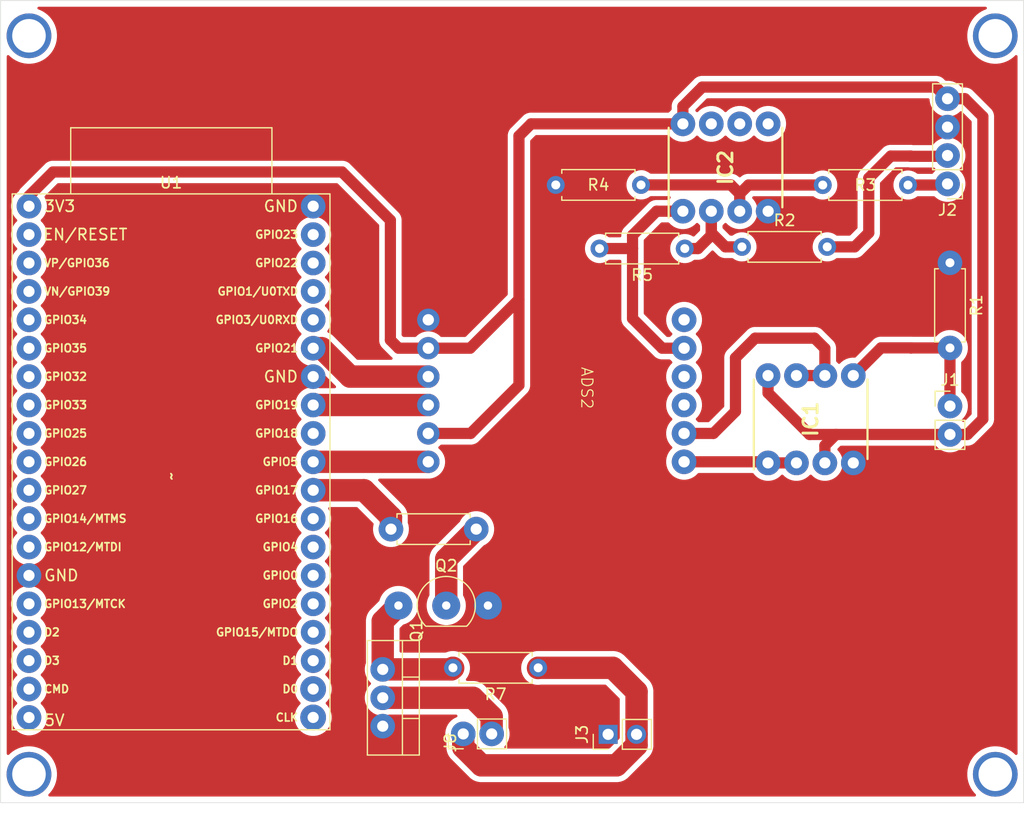
<source format=kicad_pcb>
(kicad_pcb (version 20241229) (generator "pcbnew") (generator_version "9.0")
  (layers (0 "F.Cu" signal) (2 "B.Cu" signal) (13 "F.Paste" user) (15 "B.Paste" user) (5 "F.SilkS" user "F.Silkscreen") (7 "B.SilkS" user "B.Silkscreen") (1 "F.Mask" user) (3 "B.Mask" user) (25 "Edge.Cuts" user))
  (net 0 "")
  (net 33 "GND")
  (net 34 "+3.3V")
  (net 35 "RST")
  (net 36 "Net-(ADS2-AIN0)")
  (net 37 "RDY")
  (net 38 "SCL")
  (net 39 "Net-(ADS2-AIN1)")
  (net 40 "SDA")
  (net 41 "Net-(IC1-VINB+)")
  (net 42 "Net-(ADS2-AIN2)")
  (net 43 "Net-(IC2-IN1+)")
  (net 46 "Net-(IC2-IN1-)")
  (net 48 "Net-(J2-Pin_1)")
  (net 49 "Net-(J2-Pin_2)")
  (net 50 "Net-(J8-Pin_2)")
  (net 51 "GPIO17")
  (net 52 "Net-(J3-Pin_2)")
  (net 53 "Net-(Q2-B)")
  (net 54 "Net-(Q1-G)")
  (footprint "Resistor_THT:R_Axial_DIN0207_L6.3mm_D2.5mm_P7.62mm_Horizontal" (layer "F.Cu") (at 153.76 94.61688)
    (property "Reference" "R4" (at 3.81 0 0) (layer "F.SilkS"))
    (property "Value" "R 62K")
    (fp_line (start 0.54 -1.37) (end 7.08 -1.37) (stroke (width 0.12)) (layer "F.SilkS"))
    (fp_line (start 0.54 -1.04) (end 0.54 -1.37) (stroke (width 0.12)) (layer "F.SilkS"))
    (fp_line (start 0.54 1.04) (end 0.54 1.37) (stroke (width 0.12)) (layer "F.SilkS"))
    (fp_line (start 0.54 1.37) (end 7.08 1.37) (stroke (width 0.12)) (layer "F.SilkS"))
    (fp_line (start 7.08 -1.37) (end 7.08 -1.04) (stroke (width 0.12)) (layer "F.SilkS"))
    (fp_line (start 7.08 1.37) (end 7.08 1.04) (stroke (width 0.12)) (layer "F.SilkS"))
    (pad "1" thru_hole circle (at 0 0) (size 1.6 1.6) (drill 0.8) (layers "*.Cu" "*.Mask") (net 33 "GND"))
    (pad "2" thru_hole oval (at 7.62 0) (size 1.6 1.6) (drill 0.8) (layers "*.Cu" "*.Mask") (net 43 "Net-(IC2-IN1+)"))
  )
  (footprint "Resistor_THT:R_Axial_DIN0207_L6.3mm_D2.5mm_P7.62mm_Horizontal" (layer "F.Cu") (at 170.4 100.15688)
    (property "Reference" "R2" (at 3.81 -2.37 0) (layer "F.SilkS"))
    (property "Value" "R 1K")
    (fp_line (start 0.54 -1.37) (end 7.08 -1.37) (stroke (width 0.12)) (layer "F.SilkS"))
    (fp_line (start 0.54 -1.04) (end 0.54 -1.37) (stroke (width 0.12)) (layer "F.SilkS"))
    (fp_line (start 0.54 1.04) (end 0.54 1.37) (stroke (width 0.12)) (layer "F.SilkS"))
    (fp_line (start 0.54 1.37) (end 7.08 1.37) (stroke (width 0.12)) (layer "F.SilkS"))
    (fp_line (start 7.08 -1.37) (end 7.08 -1.04) (stroke (width 0.12)) (layer "F.SilkS"))
    (fp_line (start 7.08 1.37) (end 7.08 1.04) (stroke (width 0.12)) (layer "F.SilkS"))
    (pad "1" thru_hole circle (at 0 0) (size 1.6 1.6) (drill 0.8) (layers "*.Cu" "*.Mask") (net 46 "Net-(IC2-IN1-)"))
    (pad "2" thru_hole oval (at 7.62 0) (size 1.6 1.6) (drill 0.8) (layers "*.Cu" "*.Mask") (net 49 "Net-(J2-Pin_2)"))
  )
  (footprint "Resistor_THT:R_Axial_DIN0207_L6.3mm_D2.5mm_P7.62mm_Horizontal" (layer "F.Cu") (at 139.03 125.39688)
    (property "Reference" "R6" (hide yes))
    (property "Value" "R 100")
    (fp_line (start 0.54 -1.37) (end 7.08 -1.37) (stroke (width 0.12)) (layer "F.SilkS"))
    (fp_line (start 0.54 -1.04) (end 0.54 -1.37) (stroke (width 0.12)) (layer "F.SilkS"))
    (fp_line (start 0.54 1.04) (end 0.54 1.37) (stroke (width 0.12)) (layer "F.SilkS"))
    (fp_line (start 0.54 1.37) (end 7.08 1.37) (stroke (width 0.12)) (layer "F.SilkS"))
    (fp_line (start 7.08 -1.37) (end 7.08 -1.04) (stroke (width 0.12)) (layer "F.SilkS"))
    (fp_line (start 7.08 1.37) (end 7.08 1.04) (stroke (width 0.12)) (layer "F.SilkS"))
    (pad "1" thru_hole circle (at 0 0) (size 2.2 2.2) (drill 1) (layers "*.Cu" "*.Mask") (net 51 "GPIO17"))
    (pad "2" thru_hole circle (at 7.62 0) (size 2.2 2.2) (drill 1) (layers "*.Cu" "*.Mask") (net 53 "Net-(Q2-B)"))
  )
  (footprint "Package_TO_SOT_THT:TO-220-3_Vertical" (layer "F.Cu") (at 138.295 137.94 -90)
    (property "Reference" "Q1" (at -3.425 -3.02 90) (layer "F.SilkS"))
    (property "Value" "IRLZ44N")
    (fp_line (start -2.58 1.371) (end 7.66 1.371) (stroke (width 0.12)) (layer "F.SilkS"))
    (fp_line (start -2.58 -1.76) (end 7.66 -1.76) (stroke (width 0.12)) (layer "F.SilkS"))
    (fp_line (start -2.58 -3.27) (end -2.58 1.371) (stroke (width 0.12)) (layer "F.SilkS"))
    (fp_line (start -2.58 -3.27) (end 7.66 -3.27) (stroke (width 0.12)) (layer "F.SilkS"))
    (fp_line (start 0.69 -3.27) (end 0.69 -1.76) (stroke (width 0.12)) (layer "F.SilkS"))
    (fp_line (start 4.391 -3.27) (end 4.391 -1.76) (stroke (width 0.12)) (layer "F.SilkS"))
    (fp_line (start 7.66 -3.27) (end 7.66 1.371) (stroke (width 0.12)) (layer "F.SilkS"))
    (pad "1" thru_hole circle (at 0 0 270) (size 2.2 2.2) (drill 1) (layers "*.Cu" "*.Mask") (net 54 "Net-(Q1-G)"))
    (pad "2" thru_hole circle (at 2.54 0 270) (size 2.2 2.2) (drill 1) (layers "*.Cu" "*.Mask") (net 50 "Net-(J8-Pin_2)"))
    (pad "3" thru_hole circle (at 5.08 0 270) (size 2.2 2.2) (drill 1) (layers "*.Cu" "*.Mask") (net 33 "GND"))
  )
  (footprint "Resistor_THT:R_Axial_DIN0207_L6.3mm_D2.5mm_P7.62mm_Horizontal" (layer "F.Cu") (at 188.99 101.57688 -90)
    (property "Reference" "R1" (at 3.81 -2.37 90) (layer "F.SilkS"))
    (property "Value" "R 200K")
    (fp_line (start 0.54 1.37) (end 7.08 1.37) (stroke (width 0.12)) (layer "F.SilkS"))
    (fp_line (start 7.08 1.37) (end 7.08 1.04) (stroke (width 0.12)) (layer "F.SilkS"))
    (fp_line (start 0.54 1.04) (end 0.54 1.37) (stroke (width 0.12)) (layer "F.SilkS"))
    (fp_line (start 0.54 -1.04) (end 0.54 -1.37) (stroke (width 0.12)) (layer "F.SilkS"))
    (fp_line (start 0.54 -1.37) (end 7.08 -1.37) (stroke (width 0.12)) (layer "F.SilkS"))
    (fp_line (start 7.08 -1.37) (end 7.08 -1.04) (stroke (width 0.12)) (layer "F.SilkS"))
    (pad "1" thru_hole circle (at 0 0 270) (size 2.2 2.2) (drill 0.8) (layers "*.Cu" "*.Mask") (net 33 "GND"))
    (pad "2" thru_hole circle (at 7.62 0 270) (size 2.2 2.2) (drill 0.8) (layers "*.Cu" "*.Mask") (net 41 "Net-(IC1-VINB+)"))
  )
  (footprint "ADS1115_Salamon:ADS1219" (layer "F.Cu") (at 133.223 110.23288 -90)
    (property "Reference" "ADS2" (at 2.54 -23.32 270) (layer "F.SilkS") (effects (font (thickness 0.1))))
    (property "Value" "~")
    (pad "1" thru_hole circle (at -3.556 -9.144) (size 2 2) (drill 1.016) (layers "*.Cu" "*.Mask") (net 33 "GND"))
    (pad "2" thru_hole circle (at -1.016 -9.144) (size 2 2) (drill 1.016) (layers "*.Cu" "*.Mask") (net 34 "+3.3V"))
    (pad "3" thru_hole circle (at 1.524 -9.144) (size 2 2) (drill 1.016) (layers "*.Cu" "*.Mask") (net 40 "SDA"))
    (pad "4" thru_hole circle (at 4.064 -9.144) (size 2 2) (drill 1.016) (layers "*.Cu" "*.Mask") (net 38 "SCL"))
    (pad "5" thru_hole circle (at 6.604 -9.144) (size 2 2) (drill 1.016) (layers "*.Cu" "*.Mask") (net 34 "+3.3V"))
    (pad "6" thru_hole circle (at 9.144 -9.144) (size 2 2) (drill 1.016) (layers "*.Cu" "*.Mask") (net 37 "RDY"))
    (pad "7" thru_hole circle (at -3.556 -32.004) (size 2.2 2.2) (drill 1.016) (layers "*.Cu" "*.Mask"))
    (pad "8" thru_hole circle (at -1.016 -32.004) (size 2.2 2.2) (drill 1.016) (layers "*.Cu" "*.Mask") (net 42 "Net-(ADS2-AIN2)"))
    (pad "9" thru_hole circle (at 1.524 -32.004) (size 2.2 2.2) (drill 1.016) (layers "*.Cu" "*.Mask"))
    (pad "10" thru_hole circle (at 4.064 -32.004) (size 2.2 2.2) (drill 1.016) (layers "*.Cu" "*.Mask"))
    (pad "11" thru_hole circle (at 6.604 -32.004) (size 2.2 2.2) (drill 1.016) (layers "*.Cu" "*.Mask") (net 39 "Net-(ADS2-AIN1)"))
    (pad "12" thru_hole circle (at 9.144 -32.004) (size 2.2 2.2) (drill 1.016) (layers "*.Cu" "*.Mask") (net 36 "Net-(ADS2-AIN0)"))
  )
  (footprint "Resistor_THT:R_Axial_DIN0207_L6.3mm_D2.5mm_P7.62mm_Horizontal" (layer "F.Cu") (at 165.29 100.30688 180)
    (property "Reference" "R5" (at 3.81 -2.37 0) (layer "F.SilkS"))
    (property "Value" "R 62K" (hide yes))
    (fp_line (start 7.08 1.37) (end 7.08 1.04) (stroke (width 0.12)) (layer "F.SilkS"))
    (fp_line (start 7.08 -1.37) (end 7.08 -1.04) (stroke (width 0.12)) (layer "F.SilkS"))
    (fp_line (start 0.54 1.37) (end 7.08 1.37) (stroke (width 0.12)) (layer "F.SilkS"))
    (fp_line (start 0.54 1.04) (end 0.54 1.37) (stroke (width 0.12)) (layer "F.SilkS"))
    (fp_line (start 0.54 -1.04) (end 0.54 -1.37) (stroke (width 0.12)) (layer "F.SilkS"))
    (fp_line (start 0.54 -1.37) (end 7.08 -1.37) (stroke (width 0.12)) (layer "F.SilkS"))
    (pad "1" thru_hole circle (at 0 0 180) (size 1.6 1.6) (drill 0.8) (layers "*.Cu" "*.Mask") (net 46 "Net-(IC2-IN1-)"))
    (pad "2" thru_hole oval (at 7.62 0 180) (size 1.6 1.6) (drill 0.8) (layers "*.Cu" "*.Mask") (net 42 "Net-(ADS2-AIN2)"))
  )
  (footprint "ADS1115_Salamon:DIP781W56P254L950H533Q8N" (layer "F.Cu") (at 168.93 93.06188 90)
    (property "Reference" "IC2" (at 0 0 90) (layer "F.SilkS") (effects (font (size 1.27 1.27) (thickness 0.254))))
    (property "Value" "LM358P" (hide yes))
    (fp_line (start -4.485 -5.08) (end 3.556 -5.08) (stroke (width 0.2)) (layer "F.SilkS"))
    (fp_line (start -3.556 5.08) (end 3.556 5.08) (stroke (width 0.2)) (layer "F.SilkS"))
    (pad "1" thru_hole circle (at -3.905 -3.81 90) (size 2.2 2.2) (drill 1) (layers "*.Cu" "*.Mask") (net 42 "Net-(ADS2-AIN2)"))
    (pad "2" thru_hole circle (at -3.905 -1.27 90) (size 2.2 2.2) (drill 1) (layers "*.Cu" "*.Mask") (net 46 "Net-(IC2-IN1-)"))
    (pad "3" thru_hole circle (at -3.905 1.27 90) (size 2.2 2.2) (drill 1) (layers "*.Cu" "*.Mask") (net 43 "Net-(IC2-IN1+)"))
    (pad "4" thru_hole circle (at -3.905 3.81 90) (size 2.2 2.2) (drill 1) (layers "*.Cu" "F.Mask") (net 33 "GND"))
    (pad "5" thru_hole circle (at 3.905 3.81 90) (size 2.2 2.2) (drill 1) (layers "*.Cu" "*.Mask"))
    (pad "6" thru_hole circle (at 3.905 1.27 90) (size 2.2 2.2) (drill 1) (layers "*.Cu" "*.Mask"))
    (pad "7" thru_hole circle (at 3.905 -1.27 90) (size 2.2 2.2) (drill 1) (layers "*.Cu" "*.Mask"))
    (pad "8" thru_hole circle (at 3.905 -3.81 90) (size 2.2 2.2) (drill 1) (layers "*.Cu" "*.Mask") (net 34 "+3.3V"))
  )
  (footprint "ADS1115_Salamon:ESP32-DevKitC" (layer "F.Cu") (at 106.68 96.52)
    (property "Reference" "U1" (at 12.7 -2.1 0) (layer "F.SilkS"))
    (property "Value" "~" (at 12.7 24.13 90) (layer "F.SilkS"))
    (fp_line (start -1.5 46.82) (end 26.899999 46.82) (stroke (width 0.12)) (layer "F.SilkS"))
    (fp_line (start -1.499999 -1.1) (end -1.5 46.82) (stroke (width 0.12)) (layer "F.SilkS"))
    (fp_line (start 3.73012 -7.01312) (end 21.71332 -7.01312) (stroke (width 0.12)) (layer "F.SilkS"))
    (fp_line (start 3.73012 -1.12032) (end 3.73012 -7.01312) (stroke (width 0.12)) (layer "F.SilkS"))
    (fp_line (start 21.71332 -7.01312) (end 21.71332 -1.12032) (stroke (width 0.12)) (layer "F.SilkS"))
    (fp_line (start 26.899999 46.82) (end 26.9 -1.1) (stroke (width 0.12)) (layer "F.SilkS"))
    (fp_line (start 26.9 -1.1) (end -1.499999 -1.1) (stroke (width 0.12)) (layer "F.SilkS"))
    (fp_text user "D3" (at 1.27 40.64 0) (layer "F.SilkS") (effects (font (size 0.7 0.7)) (justify left)))
    (fp_text user "GPIO14/MTMS" (at 1.27 27.94 0) (layer "F.SilkS") (effects (font (size 0.7 0.7)) (justify left)))
    (fp_text user "GND" (at 24.13 15.24 0) (layer "F.SilkS") (effects (justify right)))
    (fp_text user "GPIO16" (at 24.13 27.94 0) (layer "F.SilkS") (effects (font (size 0.7 0.7)) (justify right)))
    (fp_text user "CMD" (at 1.27 43.18 0) (layer "F.SilkS") (effects (font (size 0.7 0.7)) (justify left)))
    (fp_text user "GPIO4" (at 24.13 30.48 0) (layer "F.SilkS") (effects (font (size 0.7 0.7)) (justify right)))
    (fp_text user "GPIO26" (at 1.27 22.86 0) (layer "F.SilkS") (effects (font (size 0.7 0.7)) (justify left)))
    (fp_text user "D2" (at 1.27 38.1 0) (layer "F.SilkS") (effects (font (size 0.7 0.7)) (justify left)))
    (fp_text user "GPIO34" (at 1.27 10.16 0) (layer "F.SilkS") (effects (font (size 0.7 0.7)) (justify left)))
    (fp_text user "GPIO35" (at 1.27 12.7 0) (layer "F.SilkS") (effects (font (size 0.7 0.7)) (justify left)))
    (fp_text user "GPIO12/MTDI" (at 1.27 30.48 0) (layer "F.SilkS") (effects (font (size 0.7 0.7)) (justify left)))
    (fp_text user "GPIO19" (at 24.13 17.78 0) (layer "F.SilkS") (effects (font (size 0.7 0.7)) (justify right)))
    (fp_text user "GPIO23" (at 24.13 2.54 0) (layer "F.SilkS") (effects (font (size 0.7 0.7)) (justify right)))
    (fp_text user "GPIO15/MTDO" (at 24.13 38.1 0) (layer "F.SilkS") (effects (font (size 0.7 0.7)) (justify right)))
    (fp_text user "GPIO27" (at 1.27 25.4 0) (layer "F.SilkS") (effects (font (size 0.7 0.7)) (justify left)))
    (fp_text user "GPIO0" (at 24.13 33.02 0) (layer "F.SilkS") (effects (font (size 0.7 0.7)) (justify right)))
    (fp_text user "3V3" (at 1.27 0 0) (layer "F.SilkS") (effects (justify left)))
    (fp_text user "5V" (at 1.26632 45.97128 0) (layer "F.SilkS") (effects (justify left)))
    (fp_text user "GPIO13/MTCK" (at 1.27 35.56 0) (layer "F.SilkS") (effects (font (size 0.7 0.7)) (justify left)))
    (fp_text user "GND" (at 24.13 0 0) (layer "F.SilkS") (effects (justify right)))
    (fp_text user "D0" (at 24.13 43.18 0) (layer "F.SilkS") (effects (font (size 0.7 0.7)) (justify right)))
    (fp_text user "GPIO2" (at 24.13 35.56 0) (layer "F.SilkS") (effects (font (size 0.7 0.7)) (justify right)))
    (fp_text user "GPIO17" (at 24.13 25.4 0) (layer "F.SilkS") (effects (font (size 0.7 0.7)) (justify right)))
    (fp_text user "GPIO33" (at 1.27 17.78 0) (layer "F.SilkS") (effects (font (size 0.7 0.7)) (justify left)))
    (fp_text user "GND" (at 1.27 33.02 0) (layer "F.SilkS") (effects (justify left)))
    (fp_text user "GPIO21" (at 24.13 12.7 0) (layer "F.SilkS") (effects (font (size 0.7 0.7)) (justify right)))
    (fp_text user "GPIO18" (at 24.13 20.32 0) (layer "F.SilkS") (effects (font (size 0.7 0.7)) (justify right)))
    (fp_text user "EN/RESET" (at 8.88632 2.53728 0) (layer "F.SilkS") (effects (justify right)))
    (fp_text user "VP/GPIO36" (at 1.27 5.08 0) (layer "F.SilkS") (effects (font (size 0.7 0.7)) (justify left)))
    (fp_text user "GPIO5" (at 24.13 22.86 0) (layer "F.SilkS") (effects (font (size 0.7 0.7)) (justify right)))
    (fp_text user "GPIO32" (at 1.27 15.24 0) (layer "F.SilkS") (effects (font (size 0.7 0.7)) (justify left)))
    (fp_text user "VN/GPIO39" (at 1.27 7.62 0) (layer "F.SilkS") (effects (font (size 0.7 0.7)) (justify left)))
    (fp_text user "D1" (at 24.13 40.64 0) (layer "F.SilkS") (effects (font (size 0.7 0.7)) (justify right)))
    (fp_text user "GPIO25" (at 1.27 20.32 0) (layer "F.SilkS") (effects (font (size 0.7 0.7)) (justify left)))
    (fp_text user "GPIO22" (at 24.13 5.08 0) (layer "F.SilkS") (effects (font (size 0.7 0.7)) (justify right)))
    (fp_text user "GPIO3/U0RXD" (at 24.13 10.16 0) (layer "F.SilkS") (effects (font (size 0.7 0.7)) (justify right)))
    (fp_text user "GPIO1/U0TXD" (at 24.13 7.62 0) (layer "F.SilkS") (effects (font (size 0.7 0.7)) (justify right)))
    (fp_text user "CLK" (at 24.13 45.72 0) (layer "F.SilkS") (effects (font (size 0.7 0.7)) (justify right)))
    (pad "1" thru_hole circle (at 0 0) (size 2.2 2.2) (drill 1) (layers "*.Cu" "*.Mask") (net 34 "+3.3V"))
    (pad "2" thru_hole circle (at 0 2.54) (size 2.2 2.2) (drill 1) (layers "*.Cu" "*.Mask"))
    (pad "3" thru_hole circle (at 0 5.08) (size 2.2 2.2) (drill 1) (layers "*.Cu" "*.Mask"))
    (pad "4" thru_hole circle (at 0 7.62) (size 2.2 2.2) (drill 1) (layers "*.Cu" "*.Mask"))
    (pad "5" thru_hole circle (at 0 10.16) (size 2.2 2.2) (drill 1) (layers "*.Cu" "*.Mask"))
    (pad "6" thru_hole circle (at 0 12.7) (size 2.2 2.2) (drill 1) (layers "*.Cu" "*.Mask"))
    (pad "7" thru_hole circle (at 0 15.24) (size 2.2 2.2) (drill 1) (layers "*.Cu" "*.Mask"))
    (pad "8" thru_hole circle (at 0 17.78) (size 2.2 2.2) (drill 1) (layers "*.Cu" "*.Mask"))
    (pad "9" thru_hole circle (at 0 20.32) (size 2.2 2.2) (drill 1) (layers "*.Cu" "*.Mask"))
    (pad "10" thru_hole circle (at 0 22.86) (size 2.2 2.2) (drill 1) (layers "*.Cu" "*.Mask"))
    (pad "11" thru_hole circle (at 0 25.4) (size 2.2 2.2) (drill 1) (layers "*.Cu" "*.Mask"))
    (pad "12" thru_hole circle (at 0 27.94) (size 2.2 2.2) (drill 1) (layers "*.Cu" "*.Mask"))
    (pad "13" thru_hole circle (at 0 30.48) (size 2.2 2.2) (drill 1) (layers "*.Cu" "*.Mask"))
    (pad "14" thru_hole circle (at 0 33.02) (size 2.2 2.2) (drill 1) (layers "*.Cu" "*.Mask") (net 33 "GND"))
    (pad "15" thru_hole circle (at 0 35.56) (size 2.2 2.2) (drill 1) (layers "*.Cu" "*.Mask"))
    (pad "16" thru_hole circle (at 0 38.1) (size 2.2 2.2) (drill 1) (layers "*.Cu" "*.Mask"))
    (pad "17" thru_hole circle (at 0 40.64) (size 2.2 2.2) (drill 1) (layers "*.Cu" "*.Mask"))
    (pad "18" thru_hole circle (at 0 43.18) (size 2.2 2.2) (drill 1) (layers "*.Cu" "*.Mask"))
    (pad "19" thru_hole circle (at 0 45.72) (size 2.2 2.2) (drill 1) (layers "*.Cu" "*.Mask"))
    (pad "20" thru_hole circle (at 25.39632 45.71728) (size 2.3 2.3) (drill 1) (layers "*.Cu" "*.Mask"))
    (pad "21" thru_hole circle (at 25.39632 43.17728) (size 2.3 2.3) (drill 1) (layers "*.Cu" "*.Mask"))
    (pad "22" thru_hole circle (at 25.4 40.64) (size 2.2 2.2) (drill 1) (layers "*.Cu" "*.Mask"))
    (pad "23" thru_hole circle (at 25.4 38.1) (size 2.2 2.2) (drill 1) (layers "*.Cu" "*.Mask"))
    (pad "24" thru_hole circle (at 25.4 35.56) (size 2.2 2.2) (drill 1) (layers "*.Cu" "*.Mask"))
    (pad "25" thru_hole circle (at 25.4 33.02) (size 2.2 2.2) (drill 1) (layers "*.Cu" "*.Mask"))
    (pad "26" thru_hole circle (at 25.4 30.48) (size 2.2 2.2) (drill 1) (layers "*.Cu" "*.Mask"))
    (pad "27" thru_hole circle (at 25.4 27.94) (size 2.2 2.2) (drill 1) (layers "*.Cu" "*.Mask"))
    (pad "28" thru_hole circle (at 25.4 25.4) (size 2.2 2.2) (drill 1) (layers "*.Cu" "*.Mask") (net 51 "GPIO17"))
    (pad "29" thru_hole circle (at 25.4 22.86) (size 2.2 2.2) (drill 1) (layers "*.Cu" "*.Mask") (net 37 "RDY"))
    (pad "30" thru_hole circle (at 25.4 20.32) (size 2.2 2.2) (drill 1) (layers "*.Cu" "*.Mask") (net 35 "RST"))
    (pad "31" thru_hole circle (at 25.4 17.78) (size 2.2 2.2) (drill 1) (layers "*.Cu" "*.Mask") (net 38 "SCL"))
    (pad "32" thru_hole circle (at 25.4 15.24) (size 2.2 2.2) (drill 1) (layers "*.Cu" "*.Mask") (net 33 "GND"))
    (pad "33" thru_hole circle (at 25.4 12.7) (size 2.2 2.2) (drill 1) (layers "*.Cu" "*.Mask") (net 40 "SDA"))
    (pad "34" thru_hole circle (at 25.4 10.16) (size 2.2 2.2) (drill 1) (layers "*.Cu" "*.Mask"))
    (pad "35" thru_hole circle (at 25.4 7.62) (size 2.2 2.2) (drill 1) (layers "*.Cu" "*.Mask"))
    (pad "36" thru_hole circle (at 25.4 5.08) (size 2.2 2.2) (drill 1) (layers "*.Cu" "*.Mask"))
    (pad "37" thru_hole circle (at 25.4 2.54) (size 2.2 2.2) (drill 1) (layers "*.Cu" "*.Mask"))
    (pad "38" thru_hole circle (at 25.4 0) (size 2.2 2.2) (drill 1) (layers "*.Cu" "*.Mask") (net 33 "GND"))
  )
  (footprint "ADS1115_Salamon:DIP781W56P254L950H533Q8N" (layer "F.Cu") (at 176.54 115.57 90)
    (property "Reference" "IC1" (at 0 0 90) (layer "F.SilkS") (effects (font (size 1.27 1.27) (thickness 0.254))))
    (property "Value" "MCP6002-I_P" (hide yes))
    (fp_line (start -4.485 -5.08) (end 3.556 -5.08) (stroke (width 0.2)) (layer "F.SilkS"))
    (fp_line (start -3.556 5.08) (end 3.556 5.08) (stroke (width 0.2)) (layer "F.SilkS"))
    (pad "1" thru_hole circle (at -3.905 -3.81 90) (size 2.2 2.2) (drill 1) (layers "*.Cu" "*.Mask") (net 36 "Net-(ADS2-AIN0)"))
    (pad "2" thru_hole circle (at -3.905 -1.27 90) (size 2.2 2.2) (drill 1) (layers "*.Cu" "*.Mask") (net 36 "Net-(ADS2-AIN0)"))
    (pad "3" thru_hole circle (at -3.905 1.27 90) (size 2.2 2.2) (drill 1) (layers "*.Cu" "*.Mask") (net 34 "+3.3V"))
    (pad "4" thru_hole circle (at -3.905 3.81 90) (size 2.2 2.2) (drill 1) (layers "*.Cu" "*.Mask") (net 33 "GND"))
    (pad "5" thru_hole circle (at 3.905 3.81 90) (size 2.2 2.2) (drill 1) (layers "*.Cu" "*.Mask") (net 41 "Net-(IC1-VINB+)"))
    (pad "6" thru_hole circle (at 3.905 1.27 90) (size 2.2 2.2) (drill 1) (layers "*.Cu" "*.Mask") (net 39 "Net-(ADS2-AIN1)"))
    (pad "7" thru_hole circle (at 3.905 -1.27 90) (size 2.2 2.2) (drill 1) (layers "*.Cu" "*.Mask") (net 39 "Net-(ADS2-AIN1)"))
    (pad "8" thru_hole circle (at 3.905 -3.81 90) (size 2.2 2.2) (drill 1) (layers "*.Cu" "*.Mask") (net 34 "+3.3V"))
  )
  (footprint "Connector_PinHeader_2.54mm:PinHeader_1x02_P2.54mm_Vertical" (layer "F.Cu") (at 145.49 143.71 90)
    (property "Reference" "J8" (at -0.79 -1.155 90) (layer "F.SilkS"))
    (property "Value" "Conn_01x02")
    (fp_line (start -1.33 -1.33) (end 0 -1.33) (stroke (width 0.12)) (layer "F.SilkS"))
    (fp_line (start -1.33 0) (end -1.33 -1.33) (stroke (width 0.12)) (layer "F.SilkS"))
    (fp_line (start 1.33 1.27) (end 1.33 3.87) (stroke (width 0.12)) (layer "F.SilkS"))
    (fp_line (start -1.33 1.27) (end 1.33 1.27) (stroke (width 0.12)) (layer "F.SilkS"))
    (fp_line (start -1.33 1.27) (end -1.33 3.87) (stroke (width 0.12)) (layer "F.SilkS"))
    (fp_line (start -1.33 3.87) (end 1.33 3.87) (stroke (width 0.12)) (layer "F.SilkS"))
    (pad "1" thru_hole circle (at 0 0 90) (size 2.2 2.2) (drill 1) (layers "*.Cu" "*.Mask") (net 52 "Net-(J3-Pin_2)"))
    (pad "2" thru_hole circle (at 0 2.54 90) (size 2.2 2.2) (drill 1) (layers "*.Cu" "*.Mask") (net 50 "Net-(J8-Pin_2)"))
  )
  (footprint "Package_TO_SOT_THT:TO-92_Inline" (layer "F.Cu") (at 142.7 132.23)
    (property "Reference" "Q2" (at 1.27 -3.56 0) (layer "F.SilkS"))
    (property "Value" "BC547")
    (fp_line (start -0.53 1.85) (end 3.07 1.85) (stroke (width 0.12)) (layer "F.SilkS"))
    (fp_arc (start -0.568478 1.838478) (mid -1.132087 -0.994977) (end 1.27 -2.6) (stroke (width 0.12)) (layer "F.SilkS"))
    (fp_arc (start 1.27 -2.6) (mid 3.672087 -0.994977) (end 3.108478 1.838478) (stroke (width 0.12)) (layer "F.SilkS"))
    (pad "1" thru_hole circle (at -3 0) (size 2.5 2.5) (drill 0.75) (layers "*.Cu" "*.Mask") (net 54 "Net-(Q1-G)"))
    (pad "2" thru_hole circle (at 1.27 0) (size 2.5 2.5) (drill 0.75) (layers "*.Cu" "*.Mask") (net 53 "Net-(Q2-B)"))
    (pad "3" thru_hole circle (at 5 0) (size 2.5 2.5) (drill 0.75) (layers "*.Cu" "*.Mask") (net 33 "GND"))
  )
  (footprint "Resistor_THT:R_Axial_DIN0207_L6.3mm_D2.5mm_P7.62mm_Horizontal" (layer "F.Cu") (at 177.62 94.62688)
    (property "Reference" "R3" (at 3.81 0 0) (layer "F.SilkS"))
    (property "Value" "R 1K")
    (fp_line (start 0.54 -1.37) (end 7.08 -1.37) (stroke (width 0.12)) (layer "F.SilkS"))
    (fp_line (start 0.54 -1.04) (end 0.54 -1.37) (stroke (width 0.12)) (layer "F.SilkS"))
    (fp_line (start 0.54 1.04) (end 0.54 1.37) (stroke (width 0.12)) (layer "F.SilkS"))
    (fp_line (start 0.54 1.37) (end 7.08 1.37) (stroke (width 0.12)) (layer "F.SilkS"))
    (fp_line (start 7.08 -1.37) (end 7.08 -1.04) (stroke (width 0.12)) (layer "F.SilkS"))
    (fp_line (start 7.08 1.37) (end 7.08 1.04) (stroke (width 0.12)) (layer "F.SilkS"))
    (pad "1" thru_hole circle (at 0 0) (size 1.6 1.6) (drill 0.8) (layers "*.Cu" "*.Mask") (net 43 "Net-(IC2-IN1+)"))
    (pad "2" thru_hole oval (at 7.62 0) (size 1.6 1.6) (drill 0.8) (layers "*.Cu" "*.Mask") (net 48 "Net-(J2-Pin_1)"))
  )
  (footprint "Connector_PinHeader_2.54mm:PinHeader_1x04_P2.54mm_Vertical" (layer "F.Cu") (at 188.77 94.52688 180)
    (property "Reference" "J2" (at 0 -2.33 0) (layer "F.SilkS"))
    (property "Value" "Conn_01x04")
    (fp_line (start 1.33 1.27) (end 1.33 8.95) (stroke (width 0.12)) (layer "F.SilkS"))
    (fp_line (start -1.33 8.95) (end 1.33 8.95) (stroke (width 0.12)) (layer "F.SilkS"))
    (fp_line (start -1.33 1.27) (end 1.33 1.27) (stroke (width 0.12)) (layer "F.SilkS"))
    (fp_line (start -1.33 1.27) (end -1.33 8.95) (stroke (width 0.12)) (layer "F.SilkS"))
    (fp_line (start -1.33 0) (end -1.33 -1.33) (stroke (width 0.12)) (layer "F.SilkS"))
    (fp_line (start -1.33 -1.33) (end 0 -1.33) (stroke (width 0.12)) (layer "F.SilkS"))
    (pad "1" thru_hole circle (at 0 0 180) (size 2.2 2.2) (drill 1) (layers "*.Cu" "*.Mask") (net 48 "Net-(J2-Pin_1)"))
    (pad "2" thru_hole circle (at 0 2.54 180) (size 2.2 2.2) (drill 1) (layers "*.Cu" "*.Mask") (net 49 "Net-(J2-Pin_2)"))
    (pad "3" thru_hole circle (at 0 5.08 180) (size 2.2 2.2) (drill 1) (layers "*.Cu" "*.Mask") (net 33 "GND"))
    (pad "4" thru_hole circle (at 0 7.62 180) (size 2.2 2.2) (drill 1) (layers "*.Cu" "*.Mask") (net 34 "+3.3V"))
  )
  (footprint "Connector_PinHeader_2.54mm:PinHeader_1x02_P2.54mm_Vertical" (layer "F.Cu") (at 188.99 114.39188)
    (property "Reference" "J1" (at 0 -2.33 0) (layer "F.SilkS"))
    (property "Value" "Conn_01x02")
    (fp_line (start -1.33 -1.33) (end 0 -1.33) (stroke (width 0.12)) (layer "F.SilkS"))
    (fp_line (start -1.33 0) (end -1.33 -1.33) (stroke (width 0.12)) (layer "F.SilkS"))
    (fp_line (start -1.33 1.27) (end -1.33 3.87) (stroke (width 0.12)) (layer "F.SilkS"))
    (fp_line (start -1.33 1.27) (end 1.33 1.27) (stroke (width 0.12)) (layer "F.SilkS"))
    (fp_line (start -1.33 3.87) (end 1.33 3.87) (stroke (width 0.12)) (layer "F.SilkS"))
    (fp_line (start 1.33 1.27) (end 1.33 3.87) (stroke (width 0.12)) (layer "F.SilkS"))
    (pad "1" thru_hole circle (at 0 0) (size 2.2 2.2) (drill 1) (layers "*.Cu" "*.Mask") (net 41 "Net-(IC1-VINB+)"))
    (pad "2" thru_hole circle (at 0 2.54) (size 2.2 2.2) (drill 1) (layers "*.Cu" "*.Mask") (net 34 "+3.3V"))
  )
  (footprint "Resistor_THT:R_Axial_DIN0207_L6.3mm_D2.5mm_P7.62mm_Horizontal" (layer "F.Cu") (at 152.19 137.8 180)
    (property "Reference" "R7" (at 3.81 -2.37 0) (layer "F.SilkS"))
    (property "Value" "R 68K")
    (fp_line (start 7.08 1.37) (end 7.08 1.04) (stroke (width 0.12)) (layer "F.SilkS"))
    (fp_line (start 7.08 -1.37) (end 7.08 -1.04) (stroke (width 0.12)) (layer "F.SilkS"))
    (fp_line (start 0.54 1.37) (end 7.08 1.37) (stroke (width 0.12)) (layer "F.SilkS"))
    (fp_line (start 0.54 1.04) (end 0.54 1.37) (stroke (width 0.12)) (layer "F.SilkS"))
    (fp_line (start 0.54 -1.04) (end 0.54 -1.37) (stroke (width 0.12)) (layer "F.SilkS"))
    (fp_line (start 0.54 -1.37) (end 7.08 -1.37) (stroke (width 0.12)) (layer "F.SilkS"))
    (pad "1" thru_hole circle (at 0 0 180) (size 1.6 1.6) (drill 0.8) (layers "*.Cu" "*.Mask") (net 52 "Net-(J3-Pin_2)"))
    (pad "2" thru_hole oval (at 7.62 0 180) (size 1.6 1.6) (drill 0.8) (layers "*.Cu" "*.Mask") (net 54 "Net-(Q1-G)"))
  )
  (footprint "Connector_PinHeader_2.54mm:PinHeader_1x02_P2.54mm_Vertical" (layer "F.Cu") (at 158.44 143.75 90)
    (property "Reference" "J3" (at 0 -2.33 90) (layer "F.SilkS"))
    (property "Value" "Conn_01x02")
    (fp_line (start -1.33 -1.33) (end 0 -1.33) (stroke (width 0.12)) (layer "F.SilkS"))
    (fp_line (start -1.33 0) (end -1.33 -1.33) (stroke (width 0.12)) (layer "F.SilkS"))
    (fp_line (start 1.33 1.27) (end 1.33 3.87) (stroke (width 0.12)) (layer "F.SilkS"))
    (fp_line (start -1.33 1.27) (end 1.33 1.27) (stroke (width 0.12)) (layer "F.SilkS"))
    (fp_line (start -1.33 1.27) (end -1.33 3.87) (stroke (width 0.12)) (layer "F.SilkS"))
    (fp_line (start -1.33 3.87) (end 1.33 3.87) (stroke (width 0.12)) (layer "F.SilkS"))
    (pad "1" thru_hole rect (at 0 0 90) (size 1.7 1.7) (drill 1) (layers "*.Cu" "*.Mask") (net 33 "GND"))
    (pad "2" thru_hole oval (at 0 2.54 90) (size 1.7 1.7) (drill 1) (layers "*.Cu" "*.Mask") (net 52 "Net-(J3-Pin_2)"))
  )
  (gr_rect (start 104.14 78.13) (end 195.58 149.86) (stroke (width 0.05)) (fill no) (layer "Edge.Cuts"))
  (via (at 106.68 147.32) (size 4) (drill 3) (layers "F.Cu" "B.Cu") (net 0))
  (via (at 106.68 81.28) (size 4) (drill 3) (layers "F.Cu" "B.Cu") (net 0))
  (via (at 193.04 147.32) (size 4) (drill 3) (layers "F.Cu" "B.Cu") (net 0))
  (via (at 193.04 81.28) (size 4) (drill 3) (layers "F.Cu" "B.Cu") (net 0))
  (segment (start 106.68 95.60688) (end 108.83 93.45688) (width 1) (layer "F.Cu") (net 34))
  (segment (start 108.83 93.45688) (end 134.66 93.45688) (width 1) (layer "F.Cu") (net 34))
  (segment (start 177.81 117.919366) (end 178.797486 116.93188) (width 1) (layer "F.Cu") (net 34))
  (segment (start 178.797486 116.93188) (end 188.99 116.93188) (width 1) (layer "F.Cu") (net 34))
  (segment (start 146.11 109.21688) (end 150.47 104.85688) (width 1) (layer "F.Cu") (net 34))
  (segment (start 150.47 104.85688) (end 150.47 90.23688) (width 1) (layer "F.Cu") (net 34))
  (segment (start 188.985 116.92688) (end 188.99 116.93188) (width 1) (layer "F.Cu") (net 34))
  (segment (start 150.47 90.23688) (end 151.55 89.15688) (width 1) (layer "F.Cu") (net 34))
  (segment (start 191.93 88.511246) (end 190.325634 86.90688) (width 1) (layer "F.Cu") (net 34))
  (segment (start 150.47 112.52) (end 150.47 104.85688) (width 1) (layer "F.Cu") (net 34))
  (segment (start 166.854366 85.86688) (end 187.73 85.86688) (width 1) (layer "F.Cu") (net 34))
  (segment (start 142.367 109.21688) (end 146.11 109.21688) (width 1) (layer "F.Cu") (net 34))
  (segment (start 190.545634 116.93188) (end 191.93 115.547514) (width 1) (layer "F.Cu") (net 34))
  (segment (start 134.66 93.45688) (end 138.98 97.77688) (width 1) (layer "F.Cu") (net 34))
  (segment (start 178.797486 116.93188) (end 176.441246 116.93188) (width 1) (layer "F.Cu") (net 34))
  (segment (start 151.55 89.15688) (end 165.12 89.15688) (width 1) (layer "F.Cu") (net 34))
  (segment (start 191.93 115.547514) (end 191.93 88.511246) (width 1) (layer "F.Cu") (net 34))
  (segment (start 142.367 116.83688) (end 146.15312 116.83688) (width 1) (layer "F.Cu") (net 34))
  (segment (start 177.81 119.475) (end 177.81 117.919366) (width 1) (layer "F.Cu") (net 34))
  (segment (start 165.12 87.601246) (end 166.854366 85.86688) (width 1) (layer "F.Cu") (net 34))
  (segment (start 176.441246 116.93188) (end 172.73 113.220634) (width 1) (layer "F.Cu") (net 34))
  (segment (start 165.12 89.15688) (end 165.12 87.601246) (width 1) (layer "F.Cu") (net 34))
  (segment (start 139.71 109.21688) (end 142.367 109.21688) (width 1) (layer "F.Cu") (net 34))
  (segment (start 172.73 113.220634) (end 172.73 111.665) (width 1) (layer "F.Cu") (net 34))
  (segment (start 188.99 116.93188) (end 190.545634 116.93188) (width 1) (layer "F.Cu") (net 34))
  (segment (start 138.98 97.77688) (end 138.98 108.48688) (width 1) (layer "F.Cu") (net 34))
  (segment (start 190.325634 86.90688) (end 188.77 86.90688) (width 1) (layer "F.Cu") (net 34))
  (segment (start 146.15312 116.83688) (end 150.47 112.52) (width 1) (layer "F.Cu") (net 34))
  (segment (start 187.73 85.86688) (end 188.77 86.90688) (width 1) (layer "F.Cu") (net 34))
  (segment (start 106.68 96.52) (end 106.68 95.60688) (width 1) (layer "F.Cu") (net 34))
  (segment (start 138.98 108.48688) (end 139.71 109.21688) (width 1) (layer "F.Cu") (net 34))
  (segment (start 132.08312 116.83688) (end 132.08 116.84) (width 1) (layer "F.Cu") (net 35))
  (segment (start 172.63188 119.37688) (end 172.73 119.475) (width 1) (layer "F.Cu") (net 36))
  (segment (start 165.227 119.37688) (end 172.63188 119.37688) (width 1) (layer "F.Cu") (net 36))
  (segment (start 175.27 119.475) (end 172.73 119.475) (width 1) (layer "F.Cu") (net 36))
  (segment (start 142.098 119.52888) (end 142.098 119.38) (width 1) (layer "F.Cu") (net 37))
  (segment (start 142.25 119.37688) (end 142.098 119.52888) (width 1) (layer "F.Cu") (net 37))
  (segment (start 142.367 119.37688) (end 142.25 119.37688) (width 1) (layer "F.Cu") (net 37))
  (segment (start 132.08312 119.37688) (end 132.08 119.38) (width 1) (layer "F.Cu") (net 37))
  (segment (start 142.367 119.37688) (end 132.08312 119.37688) (width 2) (layer "F.Cu") (net 37))
  (segment (start 142.36388 114.3) (end 142.367 114.29688) (width 1) (layer "F.Cu") (net 38))
  (segment (start 132.08 114.3) (end 142.36388 114.3) (width 2) (layer "F.Cu") (net 38))
  (segment (start 175.27 111.665) (end 177.81 111.665) (width 1) (layer "F.Cu") (net 39))
  (segment (start 171.58 108.32) (end 169.82 110.08) (width 1) (layer "F.Cu") (net 39))
  (segment (start 167.85312 116.83688) (end 165.227 116.83688) (width 1) (layer "F.Cu") (net 39))
  (segment (start 177.81 111.665) (end 177.81 109.24) (width 1) (layer "F.Cu") (net 39))
  (segment (start 177.81 109.24) (end 176.89 108.32) (width 1) (layer "F.Cu") (net 39))
  (segment (start 169.82 114.87) (end 167.85312 116.83688) (width 1) (layer "F.Cu") (net 39))
  (segment (start 169.82 110.08) (end 169.82 114.87) (width 1) (layer "F.Cu") (net 39))
  (segment (start 176.89 108.32) (end 171.58 108.32) (width 1) (layer "F.Cu") (net 39))
  (segment (start 132.84312 109.22) (end 132.08 109.22) (width 2) (layer "F.Cu") (net 40))
  (segment (start 142.367 111.75688) (end 135.38 111.75688) (width 2) (layer "F.Cu") (net 40))
  (segment (start 135.38 111.75688) (end 132.84312 109.22) (width 2) (layer "F.Cu") (net 40))
  (segment (start 185.5 109.19) (end 185.50688 109.19688) (width 1) (layer "F.Cu") (net 41))
  (segment (start 182.825 109.19) (end 185.5 109.19) (width 1) (layer "F.Cu") (net 41))
  (segment (start 185.50688 109.19688) (end 188.99 109.19688) (width 1) (layer "F.Cu") (net 41))
  (segment (start 180.35 111.665) (end 182.825 109.19) (width 1) (layer "F.Cu") (net 41))
  (segment (start 188.99 114.39188) (end 188.99 109.19688) (width 1) (layer "F.Cu") (net 41))
  (segment (start 162.77 96.96688) (end 160.62 99.11688) (width 1) (layer "F.Cu") (net 42))
  (segment (start 160.61 100.30688) (end 160.62 100.29688) (width 1) (layer "F.Cu") (net 42))
  (segment (start 157.67 100.30688) (end 160.61 100.30688) (width 1) (layer "F.Cu") (net 42))
  (segment (start 165.12 96.96688) (end 162.77 96.96688) (width 1) (layer "F.Cu") (net 42))
  (segment (start 163.27 109.21688) (end 165.227 109.21688) (width 1) (layer "F.Cu") (net 42))
  (segment (start 160.62 106.56688) (end 163.27 109.21688) (width 1) (layer "F.Cu") (net 42))
  (segment (start 160.62 99.11688) (end 160.62 100.29688) (width 1) (layer "F.Cu") (net 42))
  (segment (start 160.62 100.29688) (end 160.62 106.56688) (width 1) (layer "F.Cu") (net 42))
  (segment (start 170.2 95.411246) (end 170.2 96.96688) (width 1) (layer "F.Cu") (net 43))
  (segment (start 169.405634 94.61688) (end 170.2 95.411246) (width 1) (layer "F.Cu") (net 43))
  (segment (start 170.984366 94.62688) (end 170.2 95.411246) (width 1) (layer "F.Cu") (net 43))
  (segment (start 161.45 94.33688) (end 161.41 94.29688) (width 1) (layer "F.Cu") (net 43))
  (segment (start 161.38 94.61688) (end 169.405634 94.61688) (width 1) (layer "F.Cu") (net 43))
  (segment (start 177.62 94.62688) (end 170.984366 94.62688) (width 1) (layer "F.Cu") (net 43))
  (segment (start 167.66 98.89688) (end 167.66 96.96688) (width 1) (layer "F.Cu") (net 46))
  (segment (start 168.92 100.15688) (end 167.66 98.89688) (width 1) (layer "F.Cu") (net 46))
  (segment (start 165.29 100.30688) (end 166.47 100.30688) (width 1) (layer "F.Cu") (net 46))
  (segment (start 166.47 100.30688) (end 167.66 99.11688) (width 1) (layer "F.Cu") (net 46))
  (segment (start 170.4 100.15688) (end 168.92 100.15688) (width 1) (layer "F.Cu") (net 46))
  (segment (start 167.66 99.11688) (end 167.66 96.96688) (width 1) (layer "F.Cu") (net 46))
  (segment (start 185.24 94.62688) (end 188.67 94.62688) (width 1) (layer "F.Cu") (net 48))
  (segment (start 188.67 94.62688) (end 188.77 94.52688) (width 1) (layer "F.Cu") (net 48))
  (segment (start 180.47312 100.15688) (end 178.02 100.15688) (width 1) (layer "F.Cu") (net 49))
  (segment (start 181.731735 98.898265) (end 180.47312 100.15688) (width 1) (layer "F.Cu") (net 49))
  (segment (start 188.7 92.05688) (end 185.49 92.05688) (width 1) (layer "F.Cu") (net 49))
  (segment (start 188.77 91.98688) (end 188.7 92.05688) (width 1) (layer "F.Cu") (net 49))
  (segment (start 183.7 92.03688) (end 181.731735 94.005145) (width 1) (layer "F.Cu") (net 49))
  (segment (start 185.47 92.03688) (end 183.7 92.03688) (width 1) (layer "F.Cu") (net 49))
  (segment (start 185.49 92.05688) (end 185.47 92.03688) (width 1) (layer "F.Cu") (net 49))
  (segment (start 181.731735 94.005145) (end 181.731735 98.898265) (width 1) (layer "F.Cu") (net 49))
  (segment (start 148.03 142.154366) (end 146.355634 140.48) (width 2) (layer "F.Cu") (net 50))
  (segment (start 148.03 143.71) (end 148.03 142.154366) (width 2) (layer "F.Cu") (net 50))
  (segment (start 146.355634 140.48) (end 138.295 140.48) (width 2) (layer "F.Cu") (net 50))
  (segment (start 139.03 124.32) (end 139.03 125.39688) (width 2) (layer "F.Cu") (net 51))
  (segment (start 132.08 121.92) (end 136.63 121.92) (width 2) (layer "F.Cu") (net 51))
  (segment (start 136.63 121.92) (end 139.03 124.32) (width 2) (layer "F.Cu") (net 51))
  (segment (start 158.85 137.8) (end 160.98 139.93) (width 2) (layer "F.Cu") (net 52))
  (segment (start 159.19 146.52) (end 147.11 146.52) (width 2) (layer "F.Cu") (net 52))
  (segment (start 147.11 146.52) (end 145.49 144.9) (width 2) (layer "F.Cu") (net 52))
  (segment (start 152.19 137.8) (end 158.85 137.8) (width 2) (layer "F.Cu") (net 52))
  (segment (start 160.98 143.75) (end 160.98 144.73) (width 2) (layer "F.Cu") (net 52))
  (segment (start 160.98 139.93) (end 160.98 143.75) (width 2) (layer "F.Cu") (net 52))
  (segment (start 152.17 137.82) (end 152.19 137.8) (width 2) (layer "F.Cu") (net 52))
  (segment (start 160.98 144.73) (end 159.19 146.52) (width 2) (layer "F.Cu") (net 52))
  (segment (start 145.49 144.9) (end 145.49 143.71) (width 2) (layer "F.Cu") (net 52))
  (segment (start 143.97 128.07688) (end 146.65 125.39688) (width 2) (layer "F.Cu") (net 53))
  (segment (start 143.97 132.23) (end 143.97 128.07688) (width 2) (layer "F.Cu") (net 53))
  (segment (start 144.59 137.82) (end 144.57 137.8) (width 2) (layer "F.Cu") (net 54))
  (segment (start 138.295 137.94) (end 144.43 137.94) (width 2) (layer "F.Cu") (net 54))
  (segment (start 138.295 137.94) (end 138.295 133.635) (width 2) (layer "F.Cu") (net 54))
  (segment (start 138.295 133.635) (end 139.7 132.23) (width 2) (layer "F.Cu") (net 54))
  (segment (start 144.43 137.94) (end 144.57 137.8) (width 2) (layer "F.Cu") (net 54))
  (zone (net 33) (net_name "GND") (layer "F.Cu") (connect_pads yes (clearance 0.5)) (min_thickness 0.25) (fill yes (thermal_gap 0.5) (thermal_bridge_width 0.5))
    (polygon (pts (xy 104.14 78.13) (xy 195.58 78.13) (xy 195.58 149.86) (xy 104.14 149.86)))
  )
)
</source>
